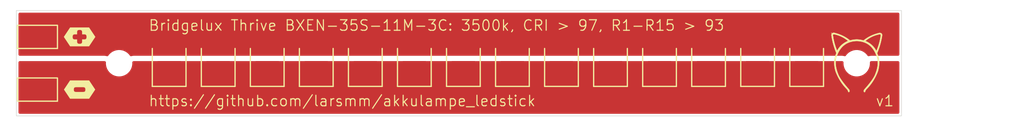
<source format=kicad_pcb>
(kicad_pcb (version 20241229) (generator "pcbnew") (generator_version "9.0")
  (layers (0 "F.Cu" signal) (2 "B.Cu" signal) (13 "F.Paste" user) (15 "B.Paste" user) (5 "F.SilkS" user "F.Silkscreen") (7 "B.SilkS" user "B.Silkscreen") (1 "F.Mask" user) (3 "B.Mask" user) (25 "Edge.Cuts" user))
  (net 0 "")
  (net 1 "/-")
  (net 2 "/+")
  (footprint "LED_SMD:LED_PLCC_2835" (layer "F.Cu") (at 173.692308 100 90)
    (property "Reference" "D9" (hide yes))
    (property "Value" "LED")
    (fp_line (start 1.4 -1.6) (end -2.2 -1.6) (stroke (width 0.12)) (layer "F.SilkS"))
    (fp_line (start -2.2 -1.6) (end -2.2 1.6) (stroke (width 0.12)) (layer "F.SilkS"))
    (fp_line (start 1.4 1.6) (end -2.2 1.6) (stroke (width 0.12)) (layer "F.SilkS"))
    (pad "1" smd rect (at -0.9 0 90) (size 2.2 2.2) (layers "F.Cu" "F.Mask" "F.Paste") (net 1 "/-"))
    (pad "2" smd rect (at 1.375 0 90) (size 1.25 2.2) (layers "F.Cu" "F.Mask" "F.Paste") (net 2 "/+"))
  )
  (footprint "LED_SMD:LED_PLCC_2835" (layer "F.Cu") (at 169.038462 100 90)
    (property "Reference" "D14" (hide yes))
    (property "Value" "LED")
    (fp_line (start 1.4 -1.6) (end -2.2 -1.6) (stroke (width 0.12)) (layer "F.SilkS"))
    (fp_line (start -2.2 -1.6) (end -2.2 1.6) (stroke (width 0.12)) (layer "F.SilkS"))
    (fp_line (start 1.4 1.6) (end -2.2 1.6) (stroke (width 0.12)) (layer "F.SilkS"))
    (pad "1" smd rect (at -0.9 0 90) (size 2.2 2.2) (layers "F.Cu" "F.Mask" "F.Paste") (net 1 "/-"))
    (pad "2" smd rect (at 1.375 0 90) (size 1.25 2.2) (layers "F.Cu" "F.Mask" "F.Paste") (net 2 "/+"))
  )
  (footprint "LED_SMD:LED_PLCC_2835" (layer "F.Cu") (at 155.076923 100 90)
    (property "Reference" "D8" (hide yes))
    (property "Value" "LED")
    (fp_line (start 1.4 -1.6) (end -2.2 -1.6) (stroke (width 0.12)) (layer "F.SilkS"))
    (fp_line (start -2.2 -1.6) (end -2.2 1.6) (stroke (width 0.12)) (layer "F.SilkS"))
    (fp_line (start 1.4 1.6) (end -2.2 1.6) (stroke (width 0.12)) (layer "F.SilkS"))
    (pad "1" smd rect (at -0.9 0 90) (size 2.2 2.2) (layers "F.Cu" "F.Mask" "F.Paste") (net 1 "/-"))
    (pad "2" smd rect (at 1.375 0 90) (size 1.25 2.2) (layers "F.Cu" "F.Mask" "F.Paste") (net 2 "/+"))
  )
  (footprint "LED_SMD:LED_PLCC_2835" (layer "F.Cu") (at 145.769231 100 90)
    (property "Reference" "D12" (hide yes))
    (property "Value" "LED")
    (fp_line (start 1.4 -1.6) (end -2.2 -1.6) (stroke (width 0.12)) (layer "F.SilkS"))
    (fp_line (start -2.2 -1.6) (end -2.2 1.6) (stroke (width 0.12)) (layer "F.SilkS"))
    (fp_line (start 1.4 1.6) (end -2.2 1.6) (stroke (width 0.12)) (layer "F.SilkS"))
    (pad "1" smd rect (at -0.9 0 90) (size 2.2 2.2) (layers "F.Cu" "F.Mask" "F.Paste") (net 1 "/-"))
    (pad "2" smd rect (at 1.375 0 90) (size 1.25 2.2) (layers "F.Cu" "F.Mask" "F.Paste") (net 2 "/+"))
  )
  (footprint "TestPoint:TestPoint_Keystone_5015_Micro_Mini" (layer "F.Cu") (at 110 97.5 180)
    (property "Reference" "TP2" (hide yes))
    (property "Value" "TestPoint")
    (fp_rect (start -1.9 -1.1) (end 1.9 1.1) (stroke (width 0.12)) (fill no) (layer "F.SilkS"))
    (pad "1" smd roundrect (at 0 0 180) (size 3.4 1.8) (layers "F.Cu" "F.Mask" "F.Paste") (roundrect_rratio 0.1388888889) (net 2 "/+"))
  )
  (footprint "LED_SMD:LED_PLCC_2835" (layer "F.Cu") (at 136.461538 100 90)
    (property "Reference" "D2" (hide yes))
    (property "Value" "LED")
    (fp_line (start 1.4 -1.6) (end -2.2 -1.6) (stroke (width 0.12)) (layer "F.SilkS"))
    (fp_line (start -2.2 -1.6) (end -2.2 1.6) (stroke (width 0.12)) (layer "F.SilkS"))
    (fp_line (start 1.4 1.6) (end -2.2 1.6) (stroke (width 0.12)) (layer "F.SilkS"))
    (pad "1" smd rect (at -0.9 0 90) (size 2.2 2.2) (layers "F.Cu" "F.Mask" "F.Paste") (net 1 "/-"))
    (pad "2" smd rect (at 1.375 0 90) (size 1.25 2.2) (layers "F.Cu" "F.Mask" "F.Paste") (net 2 "/+"))
  )
  (footprint "LED_SMD:LED_PLCC_2835" (layer "F.Cu") (at 183 100 90)
    (property "Reference" "D10" (hide yes))
    (property "Value" "LED")
    (fp_line (start 1.4 -1.6) (end -2.2 -1.6) (stroke (width 0.12)) (layer "F.SilkS"))
    (fp_line (start -2.2 -1.6) (end -2.2 1.6) (stroke (width 0.12)) (layer "F.SilkS"))
    (fp_line (start 1.4 1.6) (end -2.2 1.6) (stroke (width 0.12)) (layer "F.SilkS"))
    (pad "1" smd rect (at -0.9 0 90) (size 2.2 2.2) (layers "F.Cu" "F.Mask" "F.Paste") (net 1 "/-"))
    (pad "2" smd rect (at 1.375 0 90) (size 1.25 2.2) (layers "F.Cu" "F.Mask" "F.Paste") (net 2 "/+"))
  )
  (footprint "LED_SMD:LED_PLCC_2835" (layer "F.Cu") (at 150.423077 100 90)
    (property "Reference" "D3" (hide yes))
    (property "Value" "LED")
    (fp_line (start 1.4 -1.6) (end -2.2 -1.6) (stroke (width 0.12)) (layer "F.SilkS"))
    (fp_line (start -2.2 -1.6) (end -2.2 1.6) (stroke (width 0.12)) (layer "F.SilkS"))
    (fp_line (start 1.4 1.6) (end -2.2 1.6) (stroke (width 0.12)) (layer "F.SilkS"))
    (pad "1" smd rect (at -0.9 0 90) (size 2.2 2.2) (layers "F.Cu" "F.Mask" "F.Paste") (net 1 "/-"))
    (pad "2" smd rect (at 1.375 0 90) (size 1.25 2.2) (layers "F.Cu" "F.Mask" "F.Paste") (net 2 "/+"))
  )
  (footprint "LED_SMD:LED_PLCC_2835" (layer "F.Cu") (at 141.115385 100 90)
    (property "Reference" "D7" (hide yes))
    (property "Value" "LED")
    (fp_line (start 1.4 -1.6) (end -2.2 -1.6) (stroke (width 0.12)) (layer "F.SilkS"))
    (fp_line (start -2.2 -1.6) (end -2.2 1.6) (stroke (width 0.12)) (layer "F.SilkS"))
    (fp_line (start 1.4 1.6) (end -2.2 1.6) (stroke (width 0.12)) (layer "F.SilkS"))
    (pad "1" smd rect (at -0.9 0 90) (size 2.2 2.2) (layers "F.Cu" "F.Mask" "F.Paste") (net 1 "/-"))
    (pad "2" smd rect (at 1.375 0 90) (size 1.25 2.2) (layers "F.Cu" "F.Mask" "F.Paste") (net 2 "/+"))
  )
  (footprint "MountingHole:MountingHole_2.1mm" (layer "F.Cu") (at 187.75 100)
    (property "Reference" "H2" (hide yes))
    (property "Value" "MountingHole")
    (pad "" np_thru_hole circle (at 0 0) (size 2.1 2.1) (drill 2.1) (layers "*.Cu" "*.Mask"))
  )
  (footprint "kibuzzard-68B17760" (layer "F.Cu") (at 114 102.5)
    (property "Reference" "kibuzzard-68B17760" (hide yes))
    (property "Value" "G***" (hide yes))
    (fp_poly (pts (xy -0.547926 -0.869814) (xy -0.905579 -0.869814) (xy -1.485455 0) (xy -0.905579 0.869814) (xy -0.547926 0.869814) (xy 0.339056 0.869814) (xy 0.339056 0.226037) (xy -0.341917 0.226037) (xy -0.469957 0.201717) (xy -0.533619 0.128755) (xy -0.547926 -0.002861) (xy -0.530758 -0.131617) (xy -0.476395 -0.200286) (xy -0.339056 -0.226037) (xy 0.341917 -0.226037) (xy 0.469242 -0.202432) (xy 0.530758 -0.131617) (xy 0.547926 0) (xy 0.532189 0.130186) (xy 0.482117 0.200286) (xy 0.339056 0.226037) (xy 0.339056 0.869814) (xy 0.547926 0.869814) (xy 0.905579 0.869814) (xy 1.485455 0) (xy 0.905579 -0.869814) (xy 0.547926 -0.869814) (xy -0.547926 -0.869814)) (fill yes) (layer "F.SilkS"))
  )
  (footprint "MountingHole:MountingHole_2.1mm" (layer "F.Cu") (at 117.75 100)
    (property "Reference" "H1" (hide yes))
    (property "Value" "MountingHole")
    (pad "" np_thru_hole circle (at 0 0) (size 2.1 2.1) (drill 2.1) (layers "*.Cu" "*.Mask"))
  )
  (footprint "LED_SMD:LED_PLCC_2835" (layer "F.Cu") (at 178.346154 100 90)
    (property "Reference" "D5" (hide yes))
    (property "Value" "LED")
    (fp_line (start 1.4 -1.6) (end -2.2 -1.6) (stroke (width 0.12)) (layer "F.SilkS"))
    (fp_line (start -2.2 -1.6) (end -2.2 1.6) (stroke (width 0.12)) (layer "F.SilkS"))
    (fp_line (start 1.4 1.6) (end -2.2 1.6) (stroke (width 0.12)) (layer "F.SilkS"))
    (pad "1" smd rect (at -0.9 0 90) (size 2.2 2.2) (layers "F.Cu" "F.Mask" "F.Paste") (net 1 "/-"))
    (pad "2" smd rect (at 1.375 0 90) (size 1.25 2.2) (layers "F.Cu" "F.Mask" "F.Paste") (net 2 "/+"))
  )
  (footprint "LED_SMD:LED_PLCC_2835" (layer "F.Cu") (at 131.807692 100 90)
    (property "Reference" "D11" (hide yes))
    (property "Value" "LED")
    (fp_line (start 1.4 -1.6) (end -2.2 -1.6) (stroke (width 0.12)) (layer "F.SilkS"))
    (fp_line (start -2.2 -1.6) (end -2.2 1.6) (stroke (width 0.12)) (layer "F.SilkS"))
    (fp_line (start 1.4 1.6) (end -2.2 1.6) (stroke (width 0.12)) (layer "F.SilkS"))
    (pad "1" smd rect (at -0.9 0 90) (size 2.2 2.2) (layers "F.Cu" "F.Mask" "F.Paste") (net 1 "/-"))
    (pad "2" smd rect (at 1.375 0 90) (size 1.25 2.2) (layers "F.Cu" "F.Mask" "F.Paste") (net 2 "/+"))
  )
  (footprint "LED_SMD:LED_PLCC_2835" (layer "F.Cu") (at 127.153846 100 90)
    (property "Reference" "D6" (hide yes))
    (property "Value" "LED")
    (fp_line (start 1.4 -1.6) (end -2.2 -1.6) (stroke (width 0.12)) (layer "F.SilkS"))
    (fp_line (start -2.2 -1.6) (end -2.2 1.6) (stroke (width 0.12)) (layer "F.SilkS"))
    (fp_line (start 1.4 1.6) (end -2.2 1.6) (stroke (width 0.12)) (layer "F.SilkS"))
    (pad "1" smd rect (at -0.9 0 90) (size 2.2 2.2) (layers "F.Cu" "F.Mask" "F.Paste") (net 1 "/-"))
    (pad "2" smd rect (at 1.375 0 90) (size 1.25 2.2) (layers "F.Cu" "F.Mask" "F.Paste") (net 2 "/+"))
  )
  (footprint "LED_SMD:LED_PLCC_2835" (layer "F.Cu") (at 122.5 100 90)
    (property "Reference" "D1" (hide yes))
    (property "Value" "LED")
    (fp_line (start 1.4 -1.6) (end -2.2 -1.6) (stroke (width 0.12)) (layer "F.SilkS"))
    (fp_line (start -2.2 -1.6) (end -2.2 1.6) (stroke (width 0.12)) (layer "F.SilkS"))
    (fp_line (start 1.4 1.6) (end -2.2 1.6) (stroke (width 0.12)) (layer "F.SilkS"))
    (pad "1" smd rect (at -0.9 0 90) (size 2.2 2.2) (layers "F.Cu" "F.Mask" "F.Paste") (net 1 "/-"))
    (pad "2" smd rect (at 1.375 0 90) (size 1.25 2.2) (layers "F.Cu" "F.Mask" "F.Paste") (net 2 "/+"))
  )
  (footprint "kibuzzard-68B176D2" (layer "F.Cu") (at 114 97.5)
    (property "Reference" "kibuzzard-68B176D2" (hide yes))
    (property "Value" "G***" (hide yes))
    (fp_poly (pts (xy -0.660944 -0.897949) (xy -0.89938 -0.897949) (xy -1.498013 0) (xy -0.89938 0.897949) (xy -0.660944 0.897949) (xy 0 0.897949) (xy 0 0.659514) (xy -0.134478 0.640916) (xy -0.206009 0.58083) (xy -0.230329 0.509299) (xy -0.234621 0.422031) (xy -0.234621 0.236052) (xy -0.440629 0.236052) (xy -0.522175 0.23176) (xy -0.587983 0.207439) (xy -0.643777 0.135908) (xy -0.660944 -0.001431) (xy -0.642346 -0.13877) (xy -0.58226 -0.2103) (xy -0.509299 -0.234621) (xy -0.420601 -0.238913) (xy -0.234621 -0.238913) (xy -0.234621 -0.427754) (xy -0.230329 -0.515021) (xy -0.206009 -0.585122) (xy -0.134478 -0.642346) (xy 0.002861 -0.659514) (xy 0.137339 -0.640916) (xy 0.20887 -0.58226) (xy 0.23319 -0.51216) (xy 0.237482 -0.424893) (xy 0.237482 -0.238913) (xy 0.426323 -0.238913) (xy 0.513591 -0.234621) (xy 0.583691 -0.2103) (xy 0.642346 -0.137339) (xy 0.660944 0.001431) (xy 0.643777 0.135908) (xy 0.587983 0.207439) (xy 0.522175 0.23176) (xy 0.440629 0.236052) (xy 0.237482 0.236052) (xy 0.237482 0.424893) (xy 0.23319 0.51216) (xy 0.20887 0.58226) (xy 0.137339 0.640916) (xy 0 0.659514) (xy 0 0.897949) (xy 0.660944 0.897949) (xy 0.89938 0.897949) (xy 1.498013 0) (xy 0.89938 -0.897949) (xy 0.660944 -0.897949) (xy -0.660944 -0.897949)) (fill yes) (layer "F.SilkS"))
  )
  (footprint "LED_SMD:LED_PLCC_2835" (layer "F.Cu") (at 159.730769 100 90)
    (property "Reference" "D13" (hide yes))
    (property "Value" "LED")
    (fp_line (start 1.4 -1.6) (end -2.2 -1.6) (stroke (width 0.12)) (layer "F.SilkS"))
    (fp_line (start -2.2 -1.6) (end -2.2 1.6) (stroke (width 0.12)) (layer "F.SilkS"))
    (fp_line (start 1.4 1.6) (end -2.2 1.6) (stroke (width 0.12)) (layer "F.SilkS"))
    (pad "1" smd rect (at -0.9 0 90) (size 2.2 2.2) (layers "F.Cu" "F.Mask" "F.Paste") (net 1 "/-"))
    (pad "2" smd rect (at 1.375 0 90) (size 1.25 2.2) (layers "F.Cu" "F.Mask" "F.Paste") (net 2 "/+"))
  )
  (footprint "LED_SMD:LED_PLCC_2835" (layer "F.Cu") (at 164.384615 100 90)
    (property "Reference" "D4" (hide yes))
    (property "Value" "LED")
    (fp_line (start 1.4 -1.6) (end -2.2 -1.6) (stroke (width 0.12)) (layer "F.SilkS"))
    (fp_line (start -2.2 -1.6) (end -2.2 1.6) (stroke (width 0.12)) (layer "F.SilkS"))
    (fp_line (start 1.4 1.6) (end -2.2 1.6) (stroke (width 0.12)) (layer "F.SilkS"))
    (pad "1" smd rect (at -0.9 0 90) (size 2.2 2.2) (layers "F.Cu" "F.Mask" "F.Paste") (net 1 "/-"))
    (pad "2" smd rect (at 1.375 0 90) (size 1.25 2.2) (layers "F.Cu" "F.Mask" "F.Paste") (net 2 "/+"))
  )
  (footprint "TestPoint:TestPoint_Keystone_5015_Micro_Mini" (layer "F.Cu") (at 110 102.5 180)
    (property "Reference" "TP1" (hide yes))
    (property "Value" "TestPoint")
    (fp_rect (start -1.9 -1.1) (end 1.9 1.1) (stroke (width 0.12)) (fill no) (layer "F.SilkS"))
    (pad "1" smd roundrect (at 0 0 180) (size 3.4 1.8) (layers "F.Cu" "F.Mask" "F.Paste") (roundrect_rratio 0.1388888889) (net 1 "/-"))
  )
  (gr_curve (pts (xy 185.570992 97.234469) (xy 186.074592 97.320873) (xy 186.536747 97.538584) (xy 186.956744 97.887657)) (stroke (width 0.034)) (layer "F.SilkS"))
  (gr_curve (pts (xy 185.888446 98.844959) (xy 185.67842 98.346299) (xy 185.541459 97.842698) (xy 185.478989 97.334871)) (stroke (width 0.034)) (layer "F.SilkS"))
  (gr_curve (pts (xy 185.478989 97.334871) (xy 185.486674 97.281513) (xy 185.51758 97.247808) (xy 185.570992 97.234469)) (stroke (width 0.034)) (layer "F.SilkS"))
  (gr_poly (pts (xy 185.713258 97.142711) (xy 185.821186 97.172119) (xy 185.927053 97.204014) (xy 186.030857 97.238394) (xy 186.132595 97.27526) (xy 186.232265 97.314611) (xy 186.329866 97.356448) (xy 186.425394 97.400771) (xy 186.518849 97.44758) (xy 186.610227 97.496874) (xy 186.699528 97.548654) (xy 186.786748 97.60292) (xy 186.871886 97.659671) (xy 186.954939 97.718908) (xy 187.035906 97.78063) (xy 187.114784 97.844839) (xy 187.191432 97.823209) (xy 187.269123 97.804143) (xy 187.347848 97.787643) (xy 187.427599 97.773709) (xy 187.50837 97.762344) (xy 187.590151 97.753548) (xy 187.672937 97.747322) (xy 187.756718 97.743669) (xy 187.840519 97.747823) (xy 187.923327 97.754487) (xy 188.005145 97.763669) (xy 188.085974 97.775377) (xy 188.165815 97.78962) (xy 188.244668 97.806405) (xy 188.322537 97.825742) (xy 188.399421 97.847638) (xy 188.478556 97.783822) (xy 188.559781 97.722493) (xy 188.643092 97.663654) (xy 188.728487 97.607303) (xy 188.815965 97.553444) (xy 188.905524 97.502076) (xy 188.997162 97.453199) (xy 189.090876 97.406817) (xy 189.186665 97.362928) (xy 189.284526 97.321534) (xy 189.384458 97.282636) (xy 189.486459 97.246234) (xy 189.590526 97.212331) (xy 189.696658 97.180925) (xy 189.804852 97.152019) (xy 189.915107 97.125614) (xy 189.93123 97.12591) (xy 189.946805 97.126677) (xy 189.961834 97.127913) (xy 189.976316 97.12962) (xy 189.990251 97.131798) (xy 190.003641 97.134446) (xy 190.016484 97.137565) (xy 190.028782 97.141156) (xy 190.040534 97.145218) (xy 190.051742 97.149752) (xy 190.062404 97.154758) (xy 190.072522 97.160236) (xy 190.082096 97.166186) (xy 190.091125 97.17261) (xy 190.099611 97.179506) (xy 190.107553 97.186876) (xy 190.114953 97.194719) (xy 190.121809 97.203036) (xy 190.128122 97.211826) (xy 190.133893 97.221091) (xy 190.139121 97.23083) (xy 190.143808 97.241044) (xy 190.147953 97.251733) (xy 190.151556 97.262897) (xy 190.154619 97.274537) (xy 190.15714 97.286652) (xy 190.159121 97.299243) (xy 190.160561 97.31231) (xy 190.161462 97.325853) (xy 190.161822 97.339874) (xy 190.161643 97.35437) (xy 190.160925 97.369344) (xy 190.125835 97.581108) (xy 190.083762 97.792343) (xy 190.034706 98.003049) (xy 189.978669 98.213227) (xy 189.915651 98.422877) (xy 189.845652 98.632001) (xy 189.768674 98.840598) (xy 189.684717 99.04867) (xy 189.726839 99.147581) (xy 189.763905 99.247825) (xy 189.795915 99.349404) (xy 189.822866 99.45232) (xy 189.844759 99.556573) (xy 189.861593 99.662165) (xy 189.873367 99.769096) (xy 189.880079 99.877368) (xy 189.881729 99.986983) (xy 189.878317 100.09794) (xy 189.86984 100.210241) (xy 189.856299 100.323887) (xy 189.837692 100.43888) (xy 189.814018 100.555221) (xy 189.785277 100.67291) (xy 189.751468 100.791949) (xy 189.702849 100.912404) (xy 189.652075 101.030388) (xy 189.599148 101.1459) (xy 189.544072 101.258938) (xy 189.486847 101.369503) (xy 189.427476 101.477592) (xy 189.36596 101.583205) (xy 189.302303 101.686342) (xy 189.236505 101.787) (xy 189.168569 101.88518) (xy 189.098496 101.980879) (xy 189.02629 102.074098) (xy 188.951951 102.164835) (xy 188.875482 102.253089) (xy 188.796885 102.33886) (xy 188.716162 102.422145) (xy 188.697829 102.440221) (xy 188.680483 102.458364) (xy 188.664122 102.476575) (xy 188.648747 102.494854) (xy 188.634359 102.513203) (xy 188.620958 102.531623) (xy 188.608544 102.550114) (xy 188.597117 102.568679) (xy 188.586677 102.587318) (xy 188.577225 102.606031) (xy 188.568761 102.624821) (xy 188.561285 102.643688) (xy 188.554798 102.662633) (xy 188.549299 102.681657) (xy 188.544789 102.700761) (xy 188.541268 102.719947) (xy 188.535031 102.723885) (xy 188.528958 102.727403) (xy 188.523048 102.730502) (xy 188.517303 102.733182) (xy 188.511722 102.735442) (xy 188.506305 102.737284) (xy 188.501051 102.738706) (xy 188.495961 102.73971) (xy 188.491034 102.740294) (xy 188.486271 102.740461) (xy 188.481671 102.740208) (xy 188.477234 102.739538) (xy 188.47296 102.738449) (xy 188.46885 102.736942) (xy 188.464901 102.735018) (xy 188.461116 102.732675) (xy 188.457493 102.729915) (xy 188.454033 102.726738) (xy 188.450735 102.723143) (xy 188.447599 102.71913) (xy 188.444626 102.714701) (xy 188.441814 102.709855) (xy 188.439165 102.704591) (xy 188.436677 102.698911) (xy 188.434351 102.692815) (xy 188.432186 102.686301) (xy 188.430183 102.679372) (xy 188.428342 102.672026) (xy 188.425142 102.656087) (xy 188.422587 102.638484) (xy 188.423816 102.624159) (xy 188.425918 102.609901) (xy 188.428895 102.595709) (xy 188.432746 102.581584) (xy 188.437474 102.567525) (xy 188.443079 102.553532) (xy 188.449562 102.539606) (xy 188.456924 102.525745) (xy 188.465166 102.511949) (xy 188.474289 102.498219) (xy 188.484293 102.484555) (xy 188.495181 102.470955) (xy 188.506953 102.45742) (xy 188.51961 102.443951) (xy 188.533152 102.430546) (xy 188.547581 102.417205) (xy 188.739064 102.194648) (xy 188.8273 102.088706) (xy 188.910532 101.986323) (xy 188.98876 101.8875) (xy 189.061984 101.792237) (xy 189.130204 101.700537) (xy 189.19342 101.6124) (xy 189.251632 101.527826) (xy 189.304839 101.446818) (xy 189.353043 101.369375) (xy 189.396242 101.295498) (xy 189.434436 101.22519) (xy 189.467626 101.15845) (xy 189.495811 101.09528) (xy 189.518991 101.03568) (xy 189.57157 100.897681) (xy 189.61763 100.762349) (xy 189.657173 100.629681) (xy 189.6902 100.499677) (xy 189.716713 100.372335) (xy 189.736711 100.247655) (xy 189.750197 100.125635) (xy 189.75717 100.006275) (xy 189.757633 99.889572) (xy 189.751587 99.775526) (xy 189.739031 99.664137) (xy 189.719968 99.555402) (xy 189.694399 99.44932) (xy 189.662324 99.345891) (xy 189.623744 99.245114) (xy 189.578661 99.146987) (xy 189.511417 98.999224) (xy 189.437952 98.860664) (xy 189.35827 98.731306) (xy 189.272371 98.611152) (xy 189.180258 98.500203) (xy 189.081933 98.398461) (xy 188.977398 98.305926) (xy 188.866654 98.222601) (xy 188.749704 98.148485) (xy 188.626549 98.08358) (xy 188.497191 98.027888) (xy 188.361633 97.98141) (xy 188.219876 97.944146) (xy 188.071923 97.916099) (xy 187.917774 97.897268) (xy 187.827939 97.891883) (xy 188.557407 97.891883) (xy 188.644906 97.928983) (xy 188.729607 97.969159) (xy 188.811508 98.012411) (xy 188.890612 98.058738) (xy 188.966916 98.108138) (xy 189.040422 98.160611) (xy 189.111129 98.216156) (xy 189.179038 98.274771) (xy 189.244147 98.336456) (xy 189.306457 98.40121) (xy 189.365968 98.469032) (xy 189.42268 98.539921) (xy 189.476593 98.613876) (xy 189.527706 98.690895) (xy 189.57602 98.770979) (xy 189.621534 98.854126) (xy 189.697885 98.667193) (xy 189.76732 98.479843) (xy 189.82984 98.29206) (xy 189.885445 98.10383) (xy 189.934135 97.915137) (xy 189.975913 97.725965) (xy 190.010777 97.536299) (xy 190.03873 97.346124) (xy 190.037007 97.336224) (xy 190.034743 97.326801) (xy 190.031937 97.317852) (xy 190.030332 97.313556) (xy 190.028592 97.309378) (xy 190.026718 97.305319) (xy 190.024708 97.301377) (xy 190.022565 97.297554) (xy 190.020287 97.293848) (xy 190.017875 97.290261) (xy 190.015328 97.286791) (xy 190.012648 97.283438) (xy 190.009835 97.280203) (xy 190.006887 97.277085) (xy 190.003806 97.274084) (xy 190.000592 97.2712) (xy 189.997244 97.268433) (xy 189.993763 97.265783) (xy 189.99015 97.263249) (xy 189.986403 97.260832) (xy 189.982524 97.258531) (xy 189.974367 97.254277) (xy 189.965682 97.250487) (xy 189.956468 97.24716) (xy 189.946727 97.244295) (xy 189.852529 97.261526) (xy 189.759319 97.281866) (xy 189.667096 97.305313) (xy 189.575858 97.331864) (xy 189.485604 97.361518) (xy 189.396334 97.394272) (xy 189.308045 97.430125) (xy 189.220736 97.469074) (xy 189.134407 97.511117) (xy 189.049055 97.556252) (xy 188.96468 97.604478) (xy 188.88128 97.655791) (xy 188.798854 97.710191) (xy 188.717401 97.767674) (xy 188.636919 97.828239) (xy 188.557407 97.891883) (xy 187.827939 97.891883) (xy 187.757432 97.887657) (xy 187.596832 97.896494) (xy 187.518853 97.904375) (xy 187.442421 97.914566) (xy 187.367535 97.927065) (xy 187.294197 97.941874) (xy 187.222405 97.958992) (xy 187.15216 97.978419) (xy 187.083461 98.000156) (xy 187.016308 98.024203) (xy 186.950702 98.050559) (xy 186.886641 98.079226) (xy 186.824127 98.110202) (xy 186.763158 98.143489) (xy 186.703734 98.179087) (xy 186.645857 98.216995) (xy 186.589524 98.257214) (xy 186.534737 98.299743) (xy 186.481495 98.344584) (xy 186.429798 98.391735) (xy 186.379645 98.441198) (xy 186.331038 98.492972) (xy 186.283975 98.547058) (xy 186.238456 98.603456) (xy 186.194482 98.662165) (xy 186.152052 98.723187) (xy 186.111165 98.78652) (xy 186.071823 98.852166) (xy 185.99777 98.990395) (xy 185.929891 99.137874) (xy 185.884283 99.235751) (xy 185.845177 99.33631) (xy 185.812573 99.439551) (xy 185.786472 99.545476) (xy 185.766874 99.654083) (xy 185.753778 99.765373) (xy 185.747184 99.879346) (xy 185.747093 99.996003) (xy 185.753504 100.115342) (xy 185.766417 100.237365) (xy 185.785833 100.362071) (xy 185.811751 100.489461) (xy 185.844172 100.619533) (xy 185.883095 100.75229) (xy 185.92852 100.88773) (xy 185.980448 101.025854) (xy 186.003237 101.085596) (xy 186.031028 101.148925) (xy 186.06382 101.21584) (xy 186.101613 101.286341) (xy 186.144405 101.360425) (xy 186.192195 101.438093) (xy 186.244983 101.519342) (xy 186.302767 101.604173) (xy 186.433319 101.784573) (xy 186.583844 101.979284) (xy 186.754332 102.188298) (xy 186.944777 102.411607) (xy 186.95909 102.424938) (xy 186.972529 102.438336) (xy 186.985095 102.451801) (xy 186.996785 102.465333) (xy 187.007598 102.47893) (xy 187.017534 102.492594) (xy 187.026591 102.506323) (xy 187.034769 102.520119) (xy 187.042066 102.53398) (xy 187.048481 102.547906) (xy 187.054014 102.561898) (xy 187.058662 102.575955) (xy 187.062426 102.590077) (xy 187.065304 102.604264) (xy 187.067295 102.618515) (xy 187.068399 102.632831) (xy 187.067137 102.641845) (xy 187.065718 102.650443) (xy 187.064142 102.658626) (xy 187.06241 102.666391) (xy 187.06052 102.673741) (xy 187.058473 102.680674) (xy 187.056269 102.687191) (xy 187.053907 102.69329) (xy 187.051388 102.698973) (xy 187.048712 102.704239) (xy 187.045877 102.709088) (xy 187.042885 102.713519) (xy 187.039734 102.717533) (xy 187.036426 102.72113) (xy 187.032959 102.724309) (xy 187.029335 102.727071) (xy 187.025551 102.729415) (xy 187.021609 102.73134) (xy 187.017509 102.732848) (xy 187.01325 102.733937) (xy 187.008832 102.734609) (xy 187.004255 102.734861) (xy 186.999519 102.734696) (xy 186.994623 102.734111) (xy 186.989569 102.733108) (xy 186.984355 102.731686) (xy 186.978981 102.729845) (xy 186.973448 102.727584) (xy 186.967755 102.724905) (xy 186.961903 102.721806) (xy 186.95589 102.718287) (xy 186.949717 102.714349) (xy 186.94633 102.695146) (xy 186.941954 102.676011) (xy 186.936589 102.656944) (xy 186.930235 102.637944) (xy 186.922892 102.619011) (xy 186.91456 102.600146) (xy 186.905241 102.581347) (xy 186.894933 102.562614) (xy 186.883636 102.543948) (xy 186.871352 102.525348) (xy 186.85808 102.506814) (xy 186.843821 102.488345) (xy 186.828574 102.469941) (xy 186.81234 102.451603) (xy 186.795118 102.433329) (xy 186.77691 102.41512) (xy 186.696487 102.331449) (xy 186.618233 102.245325) (xy 186.542146 102.156747) (xy 186.468223 102.065713) (xy 186.396464 101.972223) (xy 186.326865 101.876276) (xy 186.259427 101.77787) (xy 186.194145 101.677004) (xy 186.13102 101.573678) (xy 186.070048 101.46789) (xy 186.011228 101.35964) (xy 185.954558 101.248925) (xy 185.900037 101.135746) (xy 185.847662 101.020102) (xy 185.797431 100.90199) (xy 185.749343 100.78141) (xy 185.71606 100.662381) (xy 185.687846 100.544701) (xy 185.6647 100.428372) (xy 185.646622 100.313394) (xy 185.633609 100.19977) (xy 185.625662 100.087501) (xy 185.62278 99.976586) (xy 185.62496 99.867029) (xy 185.632202 99.75883) (xy 185.644506 99.65199) (xy 185.661869 99.54651) (xy 185.684291 99.442392) (xy 185.711771 99.339636) (xy 185.744308 99.238245) (xy 185.781901 99.138219) (xy 185.824549 99.039559) (xy 185.741408 98.830986) (xy 185.665309 98.621953) (xy 185.596242 98.412462) (xy 185.534199 98.20251) (xy 185.47917 97.992098) (xy 185.431147 97.781224) (xy 185.39012 97.569889) (xy 185.356081 97.358091) (xy 185.355424 97.343117) (xy 185.355358 97.334871) (xy 185.478989 97.334871) (xy 185.505904 97.525106) (xy 185.539786 97.714937) (xy 185.580618 97.904356) (xy 185.628384 98.093352) (xy 185.683066 98.281919) (xy 185.744648 98.470048) (xy 185.813114 98.657731) (xy 185.888446 98.844959) (xy 185.934227 98.761962) (xy 185.982806 98.682058) (xy 186.034184 98.605246) (xy 186.08836 98.531526) (xy 186.145335 98.460896) (xy 186.205108 98.393355) (xy 186.267679 98.328903) (xy 186.333048 98.267539) (xy 186.401216 98.209261) (xy 186.472182 98.154069) (xy 186.545947 98.101961) (xy 186.62251 98.052937) (xy 186.701871 98.006995) (xy 186.78403 97.964135) (xy 186.868988 97.924356) (xy 186.956744 97.887657) (xy 186.877501 97.823745) (xy 186.797271 97.762912) (xy 186.716054 97.705157) (xy 186.633853 97.650482) (xy 186.550668 97.598884) (xy 186.4665 97.550365) (xy 186.38135 97.504924) (xy 186.295219 97.462562) (xy 186.208109 97.423278) (xy 186.12002 97.387071) (xy 186.030953 97.353943) (xy 185.94091 97.323893) (xy 185.849891 97.29692) (xy 185.757898 97.273026) (xy 185.664931 97.252208) (xy 185.570992 97.234469) (xy 185.561241 97.237209) (xy 185.552019 97.240424) (xy 185.543326 97.244116) (xy 185.535164 97.248281) (xy 185.527534 97.252919) (xy 185.520436 97.25803) (xy 185.517087 97.260762) (xy 185.513872 97.263611) (xy 185.510791 97.266579) (xy 185.507843 97.269663) (xy 185.505029 97.272865) (xy 185.50235 97.276184) (xy 185.499804 97.279619) (xy 185.497393 97.283172) (xy 185.495117 97.286842) (xy 185.492975 97.290628) (xy 185.489096 97.298549) (xy 185.485756 97.306935) (xy 185.482958 97.315784) (xy 185.480702 97.325097) (xy 185.478989 97.334871) (xy 185.355358 97.334871) (xy 185.355307 97.328621) (xy 185.35573 97.314603) (xy 185.356692 97.301062) (xy 185.358194 97.287999) (xy 185.360236 97.275413) (xy 185.362819 97.263305) (xy 185.365941 97.251674) (xy 185.369604 97.240521) (xy 185.373808 97.229846) (xy 185.378552 97.219648) (xy 185.383836 97.209927) (xy 185.389662 97.200685) (xy 185.396028 97.191919) (xy 185.402936 97.183632) (xy 185.410385 97.175821) (xy 185.418375 97.168488) (xy 185.426907 97.161633) (xy 185.43598 97.155255) (xy 185.445595 97.149355) (xy 185.455752 97.143932) (xy 185.46645 97.138986) (xy 185.477691 97.134518) (xy 185.489474 97.130527) (xy 185.501799 97.127014) (xy 185.514667 97.123978) (xy 185.528077 97.12142) (xy 185.54203 97.119339) (xy 185.556525 97.117735) (xy 185.571564 97.116608) (xy 185.60327 97.115788)) (stroke (width 0.034)) (fill yes) (layer "F.SilkS"))
  (gr_line (start 185.478989 97.334871) (end 185.338299 97.098783) (stroke (width 0.034)) (layer "F.SilkS"))
  (gr_curve (pts (xy 186.956744 97.887657) (xy 186.481249 98.075175) (xy 186.12515 98.394057) (xy 185.888446 98.844959)) (stroke (width 0.034)) (layer "F.SilkS"))
  (gr_rect (start 108 95) (end 192 105) (stroke (width 0.05)) (fill no) (layer "Edge.Cuts"))
  (gr_text "https://github.com/larsmm/akkulampe_ledstick" (at 120.5 104.164332 0) (layer "F.SilkS") (effects (font (size 1 1) (thickness 0.1)) (justify left bottom)))
  (gr_text "v1" (at 189.5 104.164332 0) (layer "F.SilkS") (effects (font (size 1 1) (thickness 0.1)) (justify left bottom)))
  (gr_text "Bridgelux Thrive BXEN-35S-11M-3C: 3500k, CRI > 97, R1-R15 > 93" (at 120.5 97 0) (layer "F.SilkS") (effects (font (size 1 1) (thickness 0.1)) (justify left bottom)))
  (zone (net 2) (net_name "/+") (layer "F.Cu") (connect_pads yes (clearance 0.5)) (min_thickness 0.25) (fill yes (thermal_gap 0.5) (thermal_bridge_width 0.5))
    (polygon (pts (xy 193 99.5) (xy 106.5 99.5) (xy 106.5 94) (xy 193 94)))
  )
  (zone (net 1) (net_name "/-") (layer "F.Cu") (priority 1) (connect_pads yes (clearance 0.5)) (min_thickness 0.25) (fill yes (thermal_gap 0.5) (thermal_bridge_width 0.5))
    (polygon (pts (xy 193 99.799379) (xy 193 107) (xy 106.5 107) (xy 106.5 99.799379)))
  )
)
</source>
